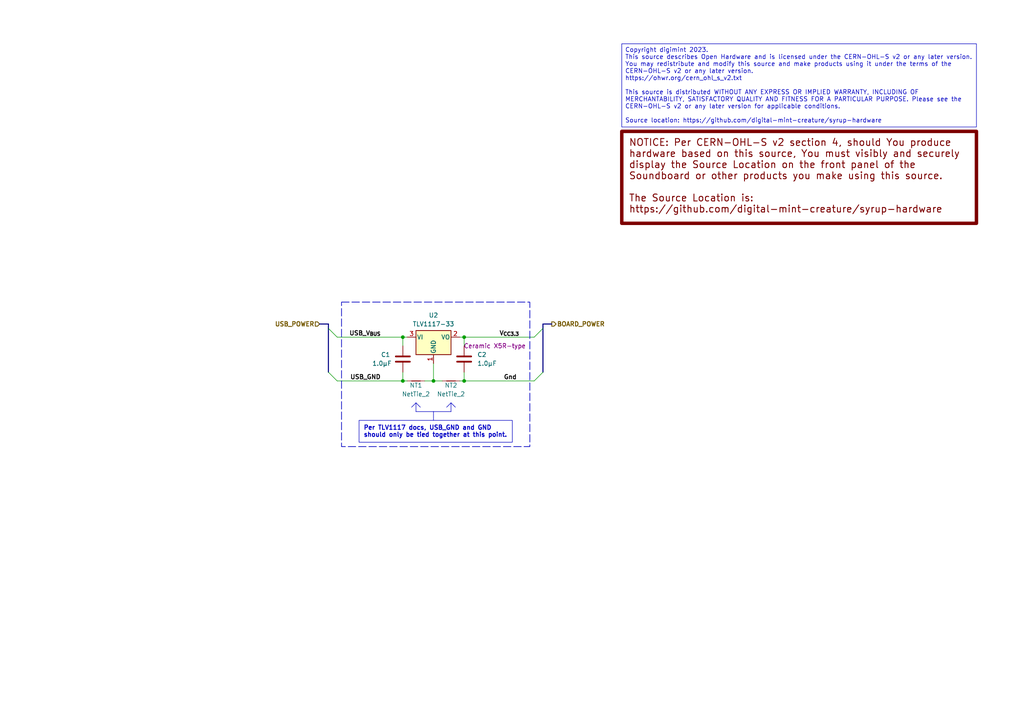
<source format=kicad_sch>
(kicad_sch (version 20230121) (generator eeschema)
  (paper "A4")
  (title_block (title "Syrup Hardware Soundboard: Power Management") (date "2023-12-22") (rev "0.1.0") (company "https://twitch.tv/digimint") (comment 1 "Source Location: https://github.com/digital-mint-creature/syrup-hardware") (comment 3 "Licensed under CERN-OHL- v2 or any later version") (comment 4 "Copyright digimint 2023"))
  (lib_symbols
    (symbol "Device:C" (pin_numbers hide) (pin_names (offset 0.254))
      (property "Reference" "C" (at 0.635 2.54 0))
      (property "Value" "C" (at 0.635 -2.54 0))
      (symbol "C_0_1"
        (polyline (pts (xy -2.032 -0.762) (xy 2.032 -0.762)) (stroke (width 0.508)))
        (polyline (pts (xy -2.032 0.762) (xy 2.032 0.762)) (stroke (width 0.508)))
      )
      (symbol "C_1_1"
        (pin passive line (at 0 3.81 270) (length 2.794) (name "~") (number "1"))
        (pin passive line (at 0 -3.81 90) (length 2.794) (name "~") (number "2"))
      )
    )
    (symbol "Device:NetTie_2" (pin_numbers hide) (pin_names (offset 0) hide) (in_bom no)
      (property "Reference" "NT" (at 0 1.27 0))
      (property "Value" "NetTie_2" (at 0 -1.27 0))
      (symbol "NetTie_2_0_1"
        (polyline (pts (xy -1.27 0) (xy 1.27 0)) (stroke (width 0.254)))
      )
      (symbol "NetTie_2_1_1"
        (pin passive line (at -2.54 0 0) (length 2.54) (name "1") (number "1"))
        (pin passive line (at 2.54 0 180) (length 2.54) (name "2") (number "2"))
      )
    )
    (symbol "Regulator_Linear:TLV1117-33" (pin_names (offset 0.254))
      (property "Reference" "U" (at -3.81 3.175 0))
      (property "Value" "TLV1117-33" (at 0 3.175 0))
      (symbol "TLV1117-33_0_1"
        (rectangle (start -5.08 -5.08) (end 5.08 1.905) (stroke (width 0.254)) (fill (type background)))
      )
      (symbol "TLV1117-33_1_1"
        (pin power_in line (at 0 -7.62 90) (length 2.54) (name "GND") (number "1"))
        (pin power_out line (at 7.62 0 180) (length 2.54) (name "VO") (number "2"))
        (pin power_in line (at -7.62 0 0) (length 2.54) (name "VI") (number "3"))
      )
    )
  )
  (junction (at 116.84 110.49))
  (junction (at 134.62 97.79))
  (junction (at 125.73 110.49))
  (junction (at 116.84 97.79))
  (junction (at 134.62 110.49))
  (bus_entry (at 95.25 95.25) (size 2.54 2.54))
  (bus_entry (at 157.48 95.25) (size -2.54 2.54))
  (bus_entry (at 95.25 107.95) (size 2.54 2.54))
  (bus_entry (at 157.48 107.95) (size -2.54 2.54))
  (polyline (pts (xy 120.65 119.38) (xy 125.73 119.38)))
  (wire (pts (xy 134.62 110.49) (xy 154.94 110.49)))
  (bus (pts (xy 95.25 95.25) (xy 95.25 107.95)))
  (polyline (pts (xy 130.81 116.84) (xy 132.08 118.11)))
  (polyline (pts (xy 119.38 118.11) (xy 120.65 116.84)))
  (polyline (pts (xy 130.81 116.84) (xy 130.81 119.38)))
  (wire (pts (xy 125.73 110.49) (xy 128.27 110.49)))
  (wire (pts (xy 133.35 110.49) (xy 134.62 110.49)))
  (wire (pts (xy 116.84 107.95) (xy 116.84 110.49)))
  (bus (pts (xy 157.48 95.25) (xy 157.48 107.95)))
  (wire (pts (xy 133.35 97.79) (xy 134.62 97.79)))
  (wire (pts (xy 134.62 110.49) (xy 134.62 107.95)))
  (wire (pts (xy 125.73 110.49) (xy 125.73 105.41)))
  (bus (pts (xy 92.71 93.98) (xy 95.25 93.98)))
  (polyline (pts (xy 121.92 118.11) (xy 120.65 116.84)))
  (wire (pts (xy 123.19 110.49) (xy 125.73 110.49)))
  (wire (pts (xy 97.79 110.49) (xy 116.84 110.49)))
  (bus (pts (xy 157.48 93.98) (xy 157.48 95.25)))
  (wire (pts (xy 134.62 97.79) (xy 134.62 100.33)))
  (bus (pts (xy 95.25 93.98) (xy 95.25 95.25)))
  (wire (pts (xy 116.84 97.79) (xy 118.11 97.79)))
  (wire (pts (xy 116.84 97.79) (xy 116.84 100.33)))
  (wire (pts (xy 97.79 97.79) (xy 116.84 97.79)))
  (polyline (pts (xy 129.54 118.11) (xy 130.81 116.84)))
  (wire (pts (xy 118.11 110.49) (xy 116.84 110.49)))
  (wire (pts (xy 134.62 97.79) (xy 154.94 97.79)))
  (bus (pts (xy 157.48 93.98) (xy 160.02 93.98)))
  (polyline (pts (xy 125.73 119.38) (xy 130.81 119.38)))
  (polyline (pts (xy 120.65 116.84) (xy 120.65 119.38)))
  (polyline (pts (xy 125.73 119.38) (xy 125.73 121.92)))
  (rectangle (start 104.14 121.92) (end 148.59 128.27))
  (rectangle (start 99.06 87.63) (end 153.67 129.54) (stroke (width 0.2) (type dash)))
  (text_box "Copyright digimint 2023.\nThis source describes Open Hardware and is licensed under the CERN-OHL-S v2 or any later version.\nYou may redistribute and modify this source and make products using it under the terms of the CERN-OHL-S v2 or any later version.\nhttps://ohwr.org/cern_ohl_s_v2.txt\n\nThis source is distributed WITHOUT ANY EXPRESS OR IMPLIED WARRANTY, INCLUDING OF MERCHANTABILITY, SATISFACTORY QUALITY AND FITNESS FOR A PARTICULAR PURPOSE. Please see the CERN-OHL-S v2 or any later version for applicable conditions.\n\nSource location: https://github.com/digital-mint-creature/syrup-hardware" (at 180.34 12.7 0) (size 102.87 24.13) (effects (font (size 1.27 1.27)) (justify left top)))
  (text_box "NOTICE: Per CERN-OHL-S v2 section 4, should You produce hardware based on this source, You must visibly and securely display the Source Location on the front panel of the Soundboard or other products you make using this source.\n\nThe Source Location is:\nhttps://github.com/digital-mint-creature/syrup-hardware" (at 180.34 38.1 0) (size 102.87 26.67) (stroke (width 1) (color 122 0 0 1)) (effects (font (size 2 2) (thickness 0.254) bold) (justify left top)))
  (text "Per TLV1117 docs, USB_GND and GND\nshould only be tied together at this point." (at 105.41 127 0) (effects (font (size 1.27 1.27) bold) (justify left bottom)))
  (label "USB_GND" (at 110.49 110.49 180) (effects (font bold)))
  (label "Gnd" (at 146.05 110.49 0) (effects (font bold)))
  (label "V_{CC3.3}" (at 144.78 97.79 0) (effects (font bold)))
  (label "USB_V_{BUS}" (at 110.49 97.79 180) (effects (font bold)))
  (hierarchical_label "BOARD_POWER" (shape output) (at 160.02 93.98 0) (effects (font bold)))
  (hierarchical_label "USB_POWER" (shape input) (at 92.71 93.98 180) (effects (font bold)))
  (symbol (lib_id "Device:C") (at 134.62 104.14 0) (unit 1)
    (property "Reference" "C2" (at 138.43 102.87 0) (effects (justify left)))
    (property "Value" "1.0μF" (at 138.43 105.41 0) (effects (justify left)))
    (property "Note" "Ceramic X5R-type" (at 143.51 100.33 0))
  )
  (symbol (lib_id "Device:C") (at 116.84 104.14 0) (unit 1)
    (property "Reference" "C1" (at 110.49 102.87 0) (effects (justify left)))
    (property "Value" "1.0μF" (at 107.95 105.41 0) (effects (justify left)))
  )
  (symbol (lib_id "Device:NetTie_2") (at 120.65 110.49 0) (unit 1) (in_bom no)
    (property "Reference" "NT1" (at 120.65 111.76 0))
    (property "Value" "NetTie_2" (at 120.65 114.3 0))
  )
  (symbol (lib_id "Device:NetTie_2") (at 130.81 110.49 0) (unit 1) (in_bom no)
    (property "Reference" "NT2" (at 130.81 111.76 0))
    (property "Value" "NetTie_2" (at 130.81 114.3 0))
  )
  (symbol (lib_id "Regulator_Linear:TLV1117-33") (at 125.73 97.79 0) (unit 1)
    (property "Reference" "U2" (at 125.73 91.44 0))
    (property "Value" "TLV1117-33" (at 125.73 93.98 0))
    (property "Datasheet" "http://www.ti.com/lit/ds/symlink/tlv1117.pdf" (effects hide))
  )
)
</source>
